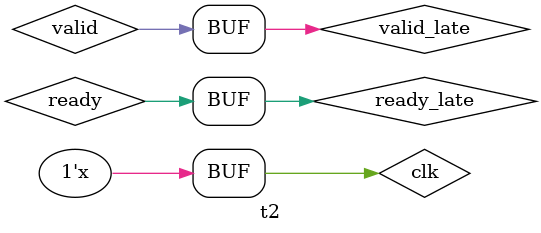
<source format=v>
`timescale 10ns / 100ps



module t2(

    );
    
    wire  [15:0]data;
    wire  valid;
    wire  ready;
    wire  [5:0]data_out;
    reg rx_valid;
    reg tx_ready;
    reg rx_data_out;
    reg valid_late_reg;
    reg clk;

    wire valid_late;
    wire ready_late;
    initial
    begin
        clk <= 1'd1;
    end
    always@(*)
    begin
		//cycle = 20ns, 50Mhz
        #5 clk <= ~clk;    
    end
   //#1 ~ #5Ã»ÎÊÌâ
   //ÒýÈë×ÜÏßÑÓÊ±
   assign #2 valid_late = valid;
   assign  ready_late = ready;
   always@(posedge clk)
   begin
        valid_late_reg <= valid_late;
   end

    m1 m1_2(
        .clk(clk),
        .data(data),
        .valid(valid),
        .ready(ready_late)
    );
  
    s2 s2_1(
        .clk(clk),
        .data(data),
        .valid(valid_late_reg),
        .ready(ready),
        .data_out(data_out)
    );
    
    
endmodule

</source>
